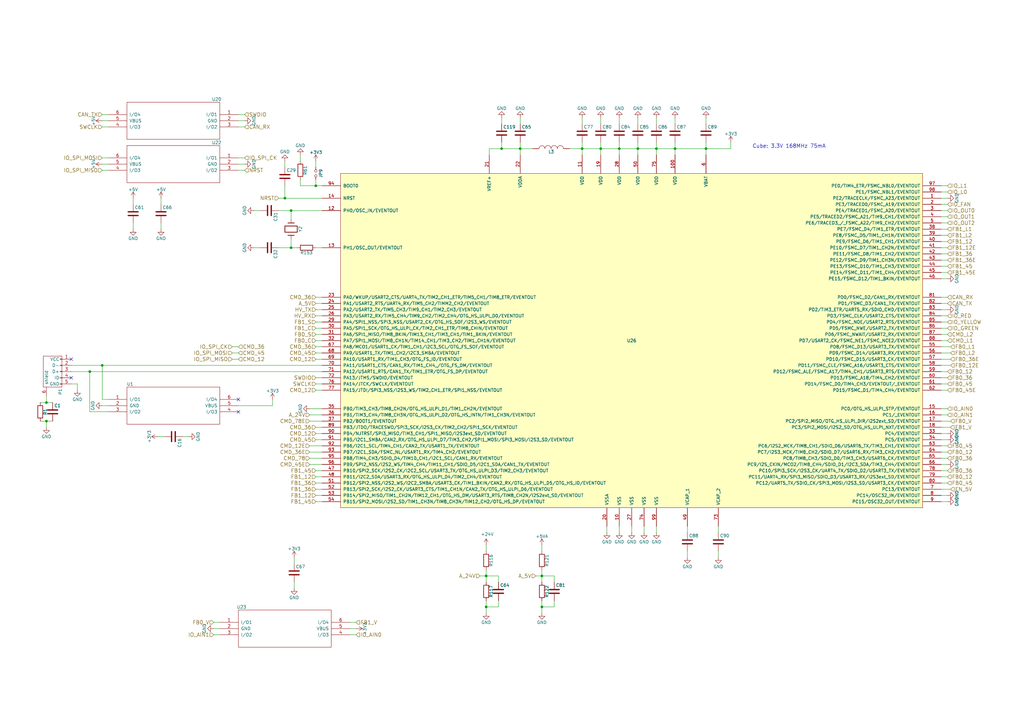
<source format=kicad_sch>
(kicad_sch (version 20211123) (generator eeschema)
  (paper "A3")
  (lib_symbols
    (symbol "stmbl_4.0-rescue:+24V-stmbl" (power) (pin_names (offset 0))
      (property "Value" "+24V-stmbl" (at 0 3.556 0))
      (symbol "+24V-stmbl_1_1"
        (pin power_in line (at 0 0 90) (length 0) hide (name "+24V") (number "1"))
      )
    )
    (symbol "stmbl_4.0-rescue:+3.3V-stmbl" (power) (pin_names (offset 0))
      (property "Value" "+3.3V-stmbl" (at 0 3.556 0))
      (symbol "+3.3V-stmbl_1_1"
        (pin power_in line (at 0 0 90) (length 0) hide (name "+3V3") (number "1"))
      )
    )
    (symbol "stmbl_4.0-rescue:+5V-stmbl" (power) (pin_names (offset 0))
      (property "Value" "+5V-stmbl" (at 0 3.556 0))
      (symbol "+5V-stmbl_1_1"
        (pin power_in line (at 0 0 90) (length 0) hide (name "+5V") (number "1"))
      )
    )
    (symbol "stmbl_4.0-rescue:+5VA-stmbl" (power) (pin_names (offset 0))
      (property "Value" "+5VA-stmbl" (at 0 3.556 0))
      (symbol "+5VA-stmbl_1_1"
        (pin power_in line (at 0 0 90) (length 0) hide (name "+5VA") (number "1"))
      )
    )
    (symbol "stmbl_4.0-rescue:C-stmbl" (pin_numbers hide) (pin_names (offset 0.254))
      (property "Reference" "C" (at 0.635 2.54 0))
      (property "Value" "C-stmbl" (at 0.635 -2.54 0))
      (symbol "C-stmbl_1_1"
        (pin passive line (at 0 3.81 270) (length 2.794) (name "~") (number "1"))
        (pin passive line (at 0 -3.81 90) (length 2.794) (name "~") (number "2"))
      )
    )
    (symbol "stmbl_4.0-rescue:Crystal-stmbl" (pin_numbers hide) (pin_names (offset 1.016) hide)
      (property "Reference" "Y" (at 0 3.81 0))
      (property "Value" "Crystal-stmbl" (at 0 -3.81 0))
      (symbol "Crystal-stmbl_1_1"
        (pin passive line (at -3.81 0 0) (length 1.27) (name "1") (number "1"))
        (pin passive line (at 3.81 0 180) (length 1.27) (name "2") (number "2"))
      )
    )
    (symbol "stmbl_4.0-rescue:GND-stmbl" (power) (pin_names (offset 0))
      (property "Value" "GND-stmbl" (at 0 -3.81 0))
      (symbol "GND-stmbl_1_1"
        (pin power_in line (at 0 0 270) (length 0) hide (name "GND") (number "1"))
      )
    )
    (symbol "stmbl_4.0-rescue:INDUCTOR-stmbl" (pin_numbers hide) (pin_names (offset 1.016) hide)
      (property "Reference" "L" (at -1.27 0 90))
      (property "Value" "INDUCTOR-stmbl" (at 2.54 0 90))
      (symbol "INDUCTOR-stmbl_1_1"
        (pin passive line (at 0 7.62 270) (length 2.54) (name "1") (number "1"))
        (pin passive line (at 0 -7.62 90) (length 2.54) (name "2") (number "2"))
      )
    )
    (symbol "stmbl_4.0-rescue:Jumper_NO_Small-stmbl" (pin_numbers hide) (pin_names (offset 0.762) hide)
      (property "Reference" "JP" (at 0 2.032 0))
      (symbol "Jumper_NO_Small-stmbl_0_1"
        (pin passive line (at -2.54 0 0) (length 1.016) (name "1") (number "1"))
        (pin passive line (at 2.54 0 180) (length 1.016) (name "2") (number "2"))
      )
    )
    (symbol "stmbl_4.0-rescue:R-stmbl" (pin_numbers hide) (pin_names (offset 0))
      (property "Reference" "R" (at 2.032 0 90))
      (property "Value" "R-stmbl" (at 0 0 90))
      (symbol "R-stmbl_1_1"
        (pin passive line (at 0 3.81 270) (length 1.27) (name "~") (number "1"))
        (pin passive line (at 0 -3.81 90) (length 1.27) (name "~") (number "2"))
      )
    )
    (symbol "stmbl_4.0-rescue:STM32F405VG-stmbl" (pin_names (offset 1.016))
      (property "Reference" "U" (at 0 0 0))
      (property "Value" "STM32F405VG-stmbl" (at 0 2.54 0))
      (property "Footprint" "TQFP100" (at 0 -2.54 0))
      (symbol "STM32F405VG-stmbl_1_1"
        (pin input line (at 127 58.42 180) (length 7.62) (name "PE2/TRACECLK/FSMC_A23/EVENTOUT") (number "1"))
        (pin input line (at -5.08 -76.2 90) (length 7.62) (name "VSS") (number "10"))
        (pin input line (at 17.78 76.2 270) (length 7.62) (name "VDD") (number "100"))
        (pin input line (at -20.32 76.2 270) (length 7.62) (name "VDD") (number "11"))
        (pin input line (at -127 53.34 0) (length 7.62) (name "PH0/OSC_IN/EVENTOUT") (number "12"))
        (pin input line (at -127 38.1 0) (length 7.62) (name "PH1/OSC_OUT/EVENTOUT") (number "13"))
        (pin input line (at -127 58.42 0) (length 7.62) (name "NRST") (number "14"))
        (pin input line (at 127 -27.94 180) (length 7.62) (name "PC0/OTG_HS_ULPI_STP/EVENTOUT") (number "15"))
        (pin input line (at 127 -30.48 180) (length 7.62) (name "PC1/_EVENTOUT") (number "16"))
        (pin input line (at 127 -33.02 180) (length 7.62) (name "PC2/SPI2_MISO/OTG_HS_ULPI_DIR/I2S2ext_SD/EVENTOUT") (number "17"))
        (pin input line (at 127 -35.56 180) (length 7.62) (name "PC3/SPI2_MOSI/I2S2_SD/OTG_HS_ULPI_NXT/EVENTOUT") (number "18"))
        (pin input line (at -12.7 76.2 270) (length 7.62) (name "VDD") (number "19"))
        (pin input line (at 127 55.88 180) (length 7.62) (name "PE3/TRACED0/FSMC_A19/EVENTOUT") (number "2"))
        (pin input line (at -10.16 -76.2 90) (length 7.62) (name "VSSA") (number "20"))
        (pin input line (at -58.42 76.2 270) (length 7.62) (name "VREF+") (number "21"))
        (pin input line (at -45.72 76.2 270) (length 7.62) (name "VDDA") (number "22"))
        (pin input line (at -127 17.78 0) (length 7.62) (name "PA0/WKUP/USART2_CTS/UART4_TX/TIM2_CH1_ETR/TIM5_CH1/TIM8_ETR/EVENTOUT") (number "23"))
        (pin input line (at -127 15.24 0) (length 7.62) (name "PA1/USART2_RTS/UART4_RX/TIM5_CH2/TIMM2_CH2/EVENTOUT") (number "24"))
        (pin input line (at -127 12.7 0) (length 7.62) (name "PA2/USART2_TX/TIM5_CH3/TIM9_CH1/TIM2_CH3/EVENTOUT") (number "25"))
        (pin input line (at -127 10.16 0) (length 7.62) (name "PA3/USART2_RX/TIM5_CH4/TIM9_CH2/TIM2_CH4/OTG_HS_ULPI_D0/EVENTOUT") (number "26"))
        (pin input line (at 0 -76.2 90) (length 7.62) (name "VSS") (number "27"))
        (pin input line (at -5.08 76.2 270) (length 7.62) (name "VDD") (number "28"))
        (pin input line (at -127 7.62 0) (length 7.62) (name "PA4/SPI1_NSS/SPI3_NSS/USART2_CK/OTG_HS_SOF/I2S3_WS/EVENTOUT") (number "29"))
        (pin input line (at 127 53.34 180) (length 7.62) (name "PE4/TRACED1/FSMC_A20/EVENTOUT") (number "3"))
        (pin input line (at -127 5.08 0) (length 7.62) (name "PA5/SPI1_SCK/OTG_HS_ULPI_CK/TIM2_CH1_ETR/TIM8_CHIN/EVENTOUT") (number "30"))
        (pin input line (at -127 2.54 0) (length 7.62) (name "PA6/SPI1_MISO/TIM8_BKIN/TIM13_CH1/TIM3_CH1/TIM1_BKIN/EVENTOUT") (number "31"))
        (pin input line (at -127 0 0) (length 7.62) (name "PA7/SPI1_MOSI/TIM8_CH1N/TIM14_CH1/TIM3_CH2/TIM1_CH1N/EVENTOUT") (number "32"))
        (pin input line (at 127 -38.1 180) (length 7.62) (name "PC4/EVENTOUT") (number "33"))
        (pin input line (at 127 -40.64 180) (length 7.62) (name "PC5/EVENTOUT") (number "34"))
        (pin input line (at -127 -27.94 0) (length 7.62) (name "PB0/TIM3_CH3/TIM8_CH2N/OTG_HS_ULPI_D1/TIM1_CH2N/EVENTOUT") (number "35"))
        (pin input line (at -127 -30.48 0) (length 7.62) (name "PB1/TIM3_CH4/TIM8_CH3N/OTG_HS_ULPI_D2/OTG_HS_INTN/TIM1_CH3N/EVENTOUT") (number "36"))
        (pin input line (at -127 -33.02 0) (length 7.62) (name "PB2/BOOT1/EVENTOUT") (number "37"))
        (pin input line (at 127 45.72 180) (length 7.62) (name "PE7/FSMC_D4/TIM1_ETR/EVENTOUT") (number "38"))
        (pin input line (at 127 43.18 180) (length 7.62) (name "PE8/FSMC_D5/TIM1_CH1N/EVENTOUT") (number "39"))
        (pin input line (at 127 50.8 180) (length 7.62) (name "PE5/TRACED2/FSMC_A21/TIM9_CH1/EVENTOUT") (number "4"))
        (pin input line (at 127 40.64 180) (length 7.62) (name "PE9/FSMC_D6/TIM1_CH1/EVENTOUT") (number "40"))
        (pin input line (at 127 38.1 180) (length 7.62) (name "PE10/FSMC_D7/TIM1_CH2N/EVENTOUT") (number "41"))
        (pin input line (at 127 35.56 180) (length 7.62) (name "PE11/FSMC_D8/TIM1_CH2/EVENTOUT") (number "42"))
        (pin input line (at 127 33.02 180) (length 7.62) (name "PE12/FSMC_D9/TIM1_CH3N/EVENTOUT") (number "43"))
        (pin input line (at 127 30.48 180) (length 7.62) (name "PE13/FSMC_D10/TIM1_CH3/EVENTOUT") (number "44"))
        (pin input line (at 127 27.94 180) (length 7.62) (name "PE14/FSMC_D11/TIM1_CH4/EVENTOUT") (number "45"))
        (pin input line (at 127 25.4 180) (length 7.62) (name "PE15/FSMC_D12/TIM1_BKIN/EVENTOUT") (number "46"))
        (pin input line (at -127 -53.34 0) (length 7.62) (name "PB10/SPI2_SCK/I2S2_CK/I2C2_SCL/USART3_TX/OTG_HS_ULPI_D3/TIM2_CH3/EVENTOUT") (number "47"))
        (pin input line (at -127 -55.88 0) (length 7.62) (name "PB11/I2C2_SDA/USART3_RX/OTG_HS_ULPI_D4/TIM2_CH4/EVENTOUT") (number "48"))
        (pin input line (at 22.86 -76.2 90) (length 7.62) (name "VCAP_1") (number "49"))
        (pin input line (at 127 48.26 180) (length 7.62) (name "PE6/TRACED3_/_FSMC_A22/TIM9_CH2/EVENTOUT") (number "5"))
        (pin input line (at 2.54 76.2 270) (length 7.62) (name "VDD") (number "50"))
        (pin input line (at -127 -58.42 0) (length 7.62) (name "PB12/SPI2_NSS/I2S2_WS/I2C2_SMBA/USART3_CK/TIM1_BKIN/CAN2_RX/OTG_HS_ULPI_D5/OTG_HS_ID/EVENTOUT") (number "51"))
        (pin input line (at -127 -60.96 0) (length 7.62) (name "PB13/SPI2_SCK/I2S2_CK/USART3_CTS/TIM1_CH1N/CAN2_TX/OTG_HS_ULPI_D6/EVENTOUT") (number "52"))
        (pin input line (at -127 -63.5 0) (length 7.62) (name "PB14/SPI2_MISO/TIM1_CH2N/TIM12_CH1/OTG_HS_DM/USART3_RTS/TIM8_CH2N/I2S2ext_SD/EVENTOUT") (number "53"))
        (pin input line (at -127 -66.04 0) (length 7.62) (name "PB15/SPI2_MOSI/I2S2_SD/TIM1_CH3N/TIM8_CH3N/TIM12_CH2/OTG_HS_DP/EVENTOUT") (number "54"))
        (pin input line (at 127 -2.54 180) (length 7.62) (name "PD8/FSMC_D13/USART3_TX/EVENTOUT") (number "55"))
        (pin input line (at 127 -5.08 180) (length 7.62) (name "PD9/FSMC_D14/USART3_RX/EVENTOUT") (number "56"))
        (pin input line (at 127 -7.62 180) (length 7.62) (name "PD10/FSMC_D15/USART3_CK/EVENTOUT") (number "57"))
        (pin input line (at 127 -10.16 180) (length 7.62) (name "PD11/FSMC_CLE/FSMC_A16/USART3_CTS/EVENTOUT") (number "58"))
        (pin input line (at 127 -12.7 180) (length 7.62) (name "PD12/FSMC_ALE/FSMC_A17/TIM4_CH1/USART3_RTS/EVENTOUT") (number "59"))
        (pin input line (at 30.48 76.2 270) (length 7.62) (name "VBAT") (number "6"))
        (pin input line (at 127 -15.24 180) (length 7.62) (name "PD13/FSMC_A18/TIM4_CH2/EVENTOUT") (number "60"))
        (pin input line (at 127 -17.78 180) (length 7.62) (name "PD14/FSMC_D0/TIM4_CH3/EVENTOUT/_EVENTOUT") (number "61"))
        (pin input line (at 127 -20.32 180) (length 7.62) (name "PD15/FSMC_D1/TIM4_CH4/EVENTOUT") (number "62"))
        (pin input line (at 127 -43.18 180) (length 7.62) (name "PC6/I2S2_MCK/TIM8_CH1/SDIO_D6/USART6_TX/TIM3_CH1/EVENTOUT") (number "63"))
        (pin input line (at 127 -45.72 180) (length 7.62) (name "PC7/I2S3_MCK/TIM8_CH2/SDIO_D7/USART6_RX/TIM3_CH2/EVENTOUT") (number "64"))
        (pin input line (at 127 -48.26 180) (length 7.62) (name "PC8/TIM8_CH3/SDIO_D0/TIM3_CH3/USART6_CK/EVENTOUT") (number "65"))
        (pin input line (at 127 -50.8 180) (length 7.62) (name "PC9/I2S_CKIN/MCO2/TIM8_CH4/SDIO_D1/I2C3_SDA/TIM3_CH4/EVENTOUT") (number "66"))
        (pin input line (at -127 -2.54 0) (length 7.62) (name "PA8/MCO1/USART1_CK/TIM1_CH1/I2C3_SCL/OTG_FS_SOF/EVENTOUT") (number "67"))
        (pin input line (at -127 -5.08 0) (length 7.62) (name "PA9/USART1_TX/TIM1_CH2/I2C3_SMBA/EVENTOUT") (number "68"))
        (pin input line (at -127 -7.62 0) (length 7.62) (name "PA10/USART1_RX/TIM1_CH3/OTG_FS_ID/EVENTOUT") (number "69"))
        (pin input line (at 127 -60.96 180) (length 7.62) (name "PC13/EVENTOUT") (number "7"))
        (pin input line (at -127 -10.16 0) (length 7.62) (name "PA11/USART1_CTS/CAN1_RX/TIM1_CH4_/OTG_FS_DM/EVENTOUT") (number "70"))
        (pin input line (at -127 -12.7 0) (length 7.62) (name "PA12/USART1_RTS/CAN1_TX/TIM1_ETR/OTG_FS_DP/EVENTOUT") (number "71"))
        (pin input line (at -127 -15.24 0) (length 7.62) (name "PA13/JTMS/SWDIO/EVENTOUT") (number "72"))
        (pin input line (at 35.56 -76.2 90) (length 7.62) (name "VCAP_2") (number "73"))
        (pin input line (at 5.08 -76.2 90) (length 7.62) (name "VSS") (number "74"))
        (pin input line (at 10.16 76.2 270) (length 7.62) (name "VDD") (number "75"))
        (pin input line (at -127 -17.78 0) (length 7.62) (name "PA14/JTCK/SWCLK/EVENTOUT") (number "76"))
        (pin input line (at -127 -20.32 0) (length 7.62) (name "PA15/JTDI/SPI3_NSS/I2S3_WS/TIM2_CH1_ETR/SPI1_NSS/EVENTOUT") (number "77"))
        (pin input line (at 127 -53.34 180) (length 7.62) (name "PC10/SPI3_SCK/I2S3_CK/UART4_TX/SDIO_D2/USART3_TX/EVENTOUT") (number "78"))
        (pin input line (at 127 -55.88 180) (length 7.62) (name "PC11/UART4_RX/SPI3_MISO/SDIO_D3/USART3_RX/I2S3ext_SD/EVENTOUT") (number "79"))
        (pin input line (at 127 -63.5 180) (length 7.62) (name "PC14/OSC32_IN/EVENTOUT") (number "8"))
        (pin input line (at 127 -58.42 180) (length 7.62) (name "PC12/UART5_TX/SDIO_CK/SPI3_MOSI/I2S3_SD/USART3_CK/EVENTOUT") (number "80"))
        (pin input line (at 127 17.78 180) (length 7.62) (name "PD0/FSMC_D2/CAN1_RX/EVENTOUT") (number "81"))
        (pin input line (at 127 15.24 180) (length 7.62) (name "PD1/FSMC_D3/CAN1_TX/EVENTOUT") (number "82"))
        (pin input line (at 127 12.7 180) (length 7.62) (name "PD2/TIM3_ETR/UART5_RX/SDIO_CMD/EVENTOUT") (number "83"))
        (pin input line (at 127 10.16 180) (length 7.62) (name "PD3/FSMC_CLK/USART2_CTS/EVENTOUT") (number "84"))
        (pin input line (at 127 7.62 180) (length 7.62) (name "PD4/FSMC_NOE/USART2_RTS/EVENTOUT") (number "85"))
        (pin input line (at 127 5.08 180) (length 7.62) (name "PD5/FSMC_NWE/USART2_TX/EVENTOUT") (number "86"))
        (pin input line (at 127 2.54 180) (length 7.62) (name "PD6/FSMC_NWAIT/USART2_RX/EVENTOUT") (number "87"))
        (pin input line (at 127 0 180) (length 7.62) (name "PD7/USART2_CK/FSMC_NE1/FSMC_NCE2/EVENTOUT") (number "88"))
        (pin input line (at -127 -35.56 0) (length 7.62) (name "PB3/JTDO/TRACESWO/SPI3_SCK/I2S3_CK/TIM2_CH2/SPI1_SCK/EVENTOUT") (number "89"))
        (pin input line (at 127 -66.04 180) (length 7.62) (name "PC15/OSC32_OUT/EVENTOUT") (number "9"))
        (pin input line (at -127 -38.1 0) (length 7.62) (name "PB4/NJTRST/SPI3_MISO/TIM3_CH1/SPI1_MISO/I2S3ext_SD/EVENTOUT") (number "90"))
        (pin input line (at -127 -40.64 0) (length 7.62) (name "PB5/I2C1_SMBA/CAN2_RX/OTG_HS_ULPI_D7/TIM3_CH2/SPI1_MOSI/SPI3_MOSI/I2S3_SD/EVENTOUT") (number "91"))
        (pin input line (at -127 -43.18 0) (length 7.62) (name "PB6/I2C1_SCL/TIM4_CH1/CAN2_TX/USART1_TX/EVENTOUT") (number "92"))
        (pin input line (at -127 -45.72 0) (length 7.62) (name "PB7/I2C1_SDA/FSMC_NL/USART1_RX/TIM4_CH2/EVENTOUT") (number "93"))
        (pin input line (at -127 63.5 0) (length 7.62) (name "BOOT0") (number "94"))
        (pin input line (at -127 -48.26 0) (length 7.62) (name "PB8/TIM4_CH3/SDIO_D4/TIM10_CH1/I2C1_SCL/CAN1_RX/EVENTOUT") (number "95"))
        (pin input line (at -127 -50.8 0) (length 7.62) (name "PB9/SPI2_NSS/I2S2_WS/TIM4_CH4/TIM11_CH1/SDIO_D5/I2C1_SDA/CAN1_TX/EVENTOUT") (number "96"))
        (pin input line (at 127 63.5 180) (length 7.62) (name "PE0/TIM4_ETR/FSMC_NBL0/EVENTOUT") (number "97"))
        (pin input line (at 127 60.96 180) (length 7.62) (name "PE1/FSMC_NBL1/EVENTOUT") (number "98"))
        (pin input line (at 10.16 -76.2 90) (length 7.62) (name "VSS") (number "99"))
      )
    )
    (symbol "stmbl_4.0-rescue:USBLC6-4SC6-stmbl" (pin_names (offset 1.016))
      (property "Reference" "U" (at -17.7546 8.8392 0))
      (property "Value" "USBLC6-4SC6-stmbl" (at 0 6.35 0))
      (property "Description" "TRANSIENT VOLTAGE SUPPRESSOR" (at 0 -6.35 0))
      (symbol "USBLC6-4SC6-stmbl_1_1"
        (pin unspecified line (at -26.67 2.54 0) (length 7.5946) (name "I/O1") (number "1"))
        (pin unspecified line (at -26.67 0 0) (length 7.5946) (name "GND") (number "2"))
        (pin unspecified line (at -26.67 -2.54 0) (length 7.5946) (name "I/O2") (number "3"))
        (pin unspecified line (at 26.67 -2.54 180) (length 7.5692) (name "I/O3") (number "4"))
        (pin unspecified line (at 26.67 0 180) (length 7.5692) (name "VBUS") (number "5"))
        (pin unspecified line (at 26.67 2.54 180) (length 7.5692) (name "I/O4") (number "6"))
      )
    )
    (symbol "stmbl_4.0-rescue:USB_OTG-stmbl" (pin_names (offset 1.016))
      (property "Reference" "P" (at 8.255 -3.175 0))
      (property "Value" "USB_OTG-stmbl" (at 0 5.08 0))
      (symbol "USB_OTG-stmbl_1_1"
        (pin power_out line (at -5.08 -7.62 90) (length 3.81) (name "VCC") (number "1"))
        (pin passive line (at -2.54 -7.62 90) (length 3.81) (name "D-") (number "2"))
        (pin passive line (at 0 -7.62 90) (length 3.81) (name "D+") (number "3"))
        (pin power_in line (at 2.54 -7.62 90) (length 3.81) (name "ID") (number "4"))
        (pin power_in line (at 5.08 -7.62 90) (length 3.81) (name "GND") (number "5"))
        (pin passive line (at 10.16 2.54 180) (length 3.81) (name "shield") (number "6"))
      )
    )
  )
  (junction (at 289.56 60.96))
  (junction (at 119.38 101.6))
  (junction (at 222.25 248.92))
  (junction (at 246.38 60.96))
  (junction (at 19.05 165.1))
  (junction (at 41.91 149.86))
  (junction (at 19.05 172.72))
  (junction (at 119.38 86.36))
  (junction (at 116.84 81.28))
  (junction (at 199.39 248.92))
  (junction (at 213.36 60.96))
  (junction (at 261.62 60.96))
  (junction (at 269.24 60.96))
  (junction (at 205.74 60.96))
  (junction (at 238.76 60.96))
  (junction (at 254 60.96))
  (junction (at 36.83 152.4))
  (junction (at 222.25 236.22))
  (junction (at 276.86 60.96))
  (junction (at 129.54 76.2))
  (junction (at 199.39 236.22))
  (no_connect (at 97.79 168.91))
  (no_connect (at 29.21 154.94))
  (no_connect (at 29.21 147.32))
  (no_connect (at 97.79 163.83))
  (wire (pts (xy 386.08 200.66) (xy 389.89 200.66)))
  (wire (pts (xy 116.84 81.28) (xy 116.84 76.2)))
  (wire (pts (xy 254 60.96) (xy 261.62 60.96)))
  (wire (pts (xy 77.47 179.07) (xy 74.93 179.07)))
  (wire (pts (xy 146.05 260.35) (xy 143.51 260.35)))
  (wire (pts (xy 114.3 81.28) (xy 116.84 81.28)))
  (wire (pts (xy 254 58.42) (xy 254 60.96)))
  (wire (pts (xy 222.25 236.22) (xy 222.25 238.76)))
  (wire (pts (xy 129.54 76.2) (xy 132.08 76.2)))
  (wire (pts (xy 127 182.88) (xy 132.08 182.88)))
  (wire (pts (xy 19.05 162.56) (xy 19.05 165.1)))
  (wire (pts (xy 386.08 104.14) (xy 388.62 104.14)))
  (wire (pts (xy 41.91 49.53) (xy 44.45 49.53)))
  (wire (pts (xy 123.19 76.2) (xy 129.54 76.2)))
  (wire (pts (xy 129.54 147.32) (xy 132.08 147.32)))
  (wire (pts (xy 97.79 147.32) (xy 95.25 147.32)))
  (wire (pts (xy 127 187.96) (xy 132.08 187.96)))
  (wire (pts (xy 238.76 58.42) (xy 238.76 60.96)))
  (wire (pts (xy 388.62 167.64) (xy 386.08 167.64)))
  (wire (pts (xy 238.76 60.96) (xy 246.38 60.96)))
  (wire (pts (xy 129.54 160.02) (xy 132.08 160.02)))
  (wire (pts (xy 388.62 170.18) (xy 386.08 170.18)))
  (wire (pts (xy 386.08 185.42) (xy 388.62 185.42)))
  (wire (pts (xy 200.66 63.5) (xy 200.66 60.96)))
  (wire (pts (xy 41.91 67.31) (xy 44.45 67.31)))
  (wire (pts (xy 114.3 86.36) (xy 119.38 86.36)))
  (wire (pts (xy 386.08 124.46) (xy 388.62 124.46)))
  (wire (pts (xy 90.17 260.35) (xy 87.63 260.35)))
  (wire (pts (xy 19.05 175.26) (xy 19.05 172.72)))
  (wire (pts (xy 386.08 132.08) (xy 388.62 132.08)))
  (wire (pts (xy 388.62 81.28) (xy 386.08 81.28)))
  (wire (pts (xy 129.54 73.66) (xy 129.54 76.2)))
  (wire (pts (xy 143.51 257.81) (xy 146.05 257.81)))
  (wire (pts (xy 129.54 205.74) (xy 132.08 205.74)))
  (wire (pts (xy 123.19 63.5) (xy 123.19 66.04)))
  (wire (pts (xy 29.21 152.4) (xy 36.83 152.4)))
  (wire (pts (xy 386.08 198.12) (xy 388.62 198.12)))
  (wire (pts (xy 199.39 248.92) (xy 204.47 248.92)))
  (wire (pts (xy 129.54 139.7) (xy 132.08 139.7)))
  (wire (pts (xy 54.61 81.28) (xy 54.61 83.82)))
  (wire (pts (xy 238.76 50.8) (xy 238.76 48.26)))
  (wire (pts (xy 388.62 190.5) (xy 386.08 190.5)))
  (wire (pts (xy 289.56 60.96) (xy 289.56 63.5)))
  (wire (pts (xy 95.25 144.78) (xy 97.79 144.78)))
  (wire (pts (xy 196.85 236.22) (xy 199.39 236.22)))
  (wire (pts (xy 97.79 142.24) (xy 95.25 142.24)))
  (wire (pts (xy 261.62 60.96) (xy 261.62 63.5)))
  (wire (pts (xy 204.47 236.22) (xy 204.47 238.76)))
  (wire (pts (xy 129.54 142.24) (xy 132.08 142.24)))
  (wire (pts (xy 127 190.5) (xy 132.08 190.5)))
  (wire (pts (xy 97.79 52.07) (xy 100.33 52.07)))
  (wire (pts (xy 259.08 215.9) (xy 259.08 218.44)))
  (wire (pts (xy 289.56 60.96) (xy 299.72 60.96)))
  (wire (pts (xy 111.76 166.37) (xy 111.76 163.83)))
  (wire (pts (xy 227.33 246.38) (xy 227.33 248.92)))
  (wire (pts (xy 200.66 60.96) (xy 205.74 60.96)))
  (wire (pts (xy 123.19 73.66) (xy 123.19 76.2)))
  (wire (pts (xy 261.62 50.8) (xy 261.62 48.26)))
  (wire (pts (xy 90.17 255.27) (xy 87.63 255.27)))
  (wire (pts (xy 227.33 236.22) (xy 227.33 238.76)))
  (wire (pts (xy 100.33 64.77) (xy 97.79 64.77)))
  (wire (pts (xy 276.86 60.96) (xy 289.56 60.96)))
  (wire (pts (xy 388.62 76.2) (xy 386.08 76.2)))
  (wire (pts (xy 388.62 109.22) (xy 386.08 109.22)))
  (wire (pts (xy 269.24 60.96) (xy 276.86 60.96)))
  (wire (pts (xy 129.54 121.92) (xy 132.08 121.92)))
  (wire (pts (xy 386.08 195.58) (xy 388.62 195.58)))
  (wire (pts (xy 388.62 137.16) (xy 386.08 137.16)))
  (wire (pts (xy 294.64 215.9) (xy 294.64 218.44)))
  (wire (pts (xy 269.24 58.42) (xy 269.24 60.96)))
  (wire (pts (xy 386.08 149.86) (xy 389.89 149.86)))
  (wire (pts (xy 248.92 215.9) (xy 248.92 218.44)))
  (wire (pts (xy 276.86 58.42) (xy 276.86 60.96)))
  (wire (pts (xy 388.62 203.2) (xy 386.08 203.2)))
  (wire (pts (xy 388.62 160.02) (xy 386.08 160.02)))
  (wire (pts (xy 119.38 86.36) (xy 132.08 86.36)))
  (wire (pts (xy 388.62 83.82) (xy 386.08 83.82)))
  (wire (pts (xy 388.62 177.8) (xy 386.08 177.8)))
  (wire (pts (xy 127 172.72) (xy 132.08 172.72)))
  (wire (pts (xy 276.86 50.8) (xy 276.86 48.26)))
  (wire (pts (xy 269.24 50.8) (xy 269.24 48.26)))
  (wire (pts (xy 129.54 177.8) (xy 132.08 177.8)))
  (wire (pts (xy 386.08 193.04) (xy 388.62 193.04)))
  (wire (pts (xy 129.54 101.6) (xy 132.08 101.6)))
  (wire (pts (xy 213.36 60.96) (xy 213.36 63.5)))
  (wire (pts (xy 386.08 152.4) (xy 388.62 152.4)))
  (wire (pts (xy 120.65 228.6) (xy 120.65 231.14)))
  (wire (pts (xy 31.75 157.48) (xy 31.75 160.02)))
  (wire (pts (xy 388.62 157.48) (xy 386.08 157.48)))
  (wire (pts (xy 213.36 58.42) (xy 213.36 60.96)))
  (wire (pts (xy 129.54 66.04) (xy 129.54 68.58)))
  (wire (pts (xy 41.91 149.86) (xy 132.08 149.86)))
  (wire (pts (xy 119.38 101.6) (xy 119.38 97.79)))
  (wire (pts (xy 19.05 165.1) (xy 21.59 165.1)))
  (wire (pts (xy 222.25 236.22) (xy 227.33 236.22)))
  (wire (pts (xy 281.94 226.06) (xy 281.94 228.6)))
  (wire (pts (xy 127 170.18) (xy 132.08 170.18)))
  (wire (pts (xy 129.54 203.2) (xy 132.08 203.2)))
  (wire (pts (xy 44.45 168.91) (xy 36.83 168.91)))
  (wire (pts (xy 254 50.8) (xy 254 48.26)))
  (wire (pts (xy 386.08 187.96) (xy 388.62 187.96)))
  (wire (pts (xy 44.45 64.77) (xy 41.91 64.77)))
  (wire (pts (xy 205.74 60.96) (xy 213.36 60.96)))
  (wire (pts (xy 289.56 58.42) (xy 289.56 60.96)))
  (wire (pts (xy 199.39 236.22) (xy 204.47 236.22)))
  (wire (pts (xy 66.04 81.28) (xy 66.04 83.82)))
  (wire (pts (xy 97.79 49.53) (xy 100.33 49.53)))
  (wire (pts (xy 119.38 90.17) (xy 119.38 86.36)))
  (wire (pts (xy 129.54 175.26) (xy 132.08 175.26)))
  (wire (pts (xy 222.25 223.52) (xy 222.25 226.06)))
  (wire (pts (xy 97.79 166.37) (xy 111.76 166.37)))
  (wire (pts (xy 386.08 139.7) (xy 388.62 139.7)))
  (wire (pts (xy 129.54 134.62) (xy 132.08 134.62)))
  (wire (pts (xy 100.33 46.99) (xy 97.79 46.99)))
  (wire (pts (xy 222.25 246.38) (xy 222.25 248.92)))
  (wire (pts (xy 129.54 124.46) (xy 132.08 124.46)))
  (wire (pts (xy 205.74 58.42) (xy 205.74 60.96)))
  (wire (pts (xy 269.24 60.96) (xy 269.24 63.5)))
  (wire (pts (xy 386.08 147.32) (xy 389.89 147.32)))
  (wire (pts (xy 254 60.96) (xy 254 63.5)))
  (wire (pts (xy 16.51 172.72) (xy 19.05 172.72)))
  (wire (pts (xy 294.64 226.06) (xy 294.64 228.6)))
  (wire (pts (xy 386.08 182.88) (xy 388.62 182.88)))
  (wire (pts (xy 114.3 101.6) (xy 119.38 101.6)))
  (wire (pts (xy 213.36 50.8) (xy 213.36 48.26)))
  (wire (pts (xy 386.08 134.62) (xy 388.62 134.62)))
  (wire (pts (xy 205.74 48.26) (xy 205.74 50.8)))
  (wire (pts (xy 388.62 129.54) (xy 386.08 129.54)))
  (wire (pts (xy 199.39 246.38) (xy 199.39 248.92)))
  (wire (pts (xy 116.84 81.28) (xy 132.08 81.28)))
  (wire (pts (xy 388.62 88.9) (xy 386.08 88.9)))
  (wire (pts (xy 41.91 166.37) (xy 44.45 166.37)))
  (wire (pts (xy 97.79 67.31) (xy 100.33 67.31)))
  (wire (pts (xy 41.91 149.86) (xy 41.91 163.83)))
  (wire (pts (xy 389.89 172.72) (xy 386.08 172.72)))
  (wire (pts (xy 146.05 255.27) (xy 143.51 255.27)))
  (wire (pts (xy 129.54 144.78) (xy 132.08 144.78)))
  (wire (pts (xy 246.38 58.42) (xy 246.38 60.96)))
  (wire (pts (xy 129.54 195.58) (xy 132.08 195.58)))
  (wire (pts (xy 386.08 142.24) (xy 389.89 142.24)))
  (wire (pts (xy 116.84 68.58) (xy 116.84 66.04)))
  (wire (pts (xy 246.38 60.96) (xy 246.38 63.5)))
  (wire (pts (xy 388.62 114.3) (xy 386.08 114.3)))
  (wire (pts (xy 204.47 248.92) (xy 204.47 246.38)))
  (wire (pts (xy 29.21 157.48) (xy 31.75 157.48)))
  (wire (pts (xy 222.25 233.68) (xy 222.25 236.22)))
  (wire (pts (xy 19.05 172.72) (xy 21.59 172.72)))
  (wire (pts (xy 299.72 60.96) (xy 299.72 58.42)))
  (wire (pts (xy 254 215.9) (xy 254 218.44)))
  (wire (pts (xy 127 185.42) (xy 132.08 185.42)))
  (wire (pts (xy 388.62 127) (xy 386.08 127)))
  (wire (pts (xy 132.08 193.04) (xy 129.54 193.04)))
  (wire (pts (xy 388.62 93.98) (xy 386.08 93.98)))
  (wire (pts (xy 41.91 163.83) (xy 44.45 163.83)))
  (wire (pts (xy 199.39 223.52) (xy 199.39 226.06)))
  (wire (pts (xy 199.39 236.22) (xy 199.39 238.76)))
  (wire (pts (xy 129.54 200.66) (xy 132.08 200.66)))
  (wire (pts (xy 16.51 165.1) (xy 19.05 165.1)))
  (wire (pts (xy 129.54 198.12) (xy 132.08 198.12)))
  (wire (pts (xy 87.63 257.81) (xy 90.17 257.81)))
  (wire (pts (xy 129.54 154.94) (xy 132.08 154.94)))
  (wire (pts (xy 129.54 137.16) (xy 132.08 137.16)))
  (wire (pts (xy 264.16 215.9) (xy 264.16 218.44)))
  (wire (pts (xy 261.62 60.96) (xy 269.24 60.96)))
  (wire (pts (xy 388.62 121.92) (xy 386.08 121.92)))
  (wire (pts (xy 388.62 86.36) (xy 386.08 86.36)))
  (wire (pts (xy 388.62 111.76) (xy 386.08 111.76)))
  (wire (pts (xy 389.89 175.26) (xy 386.08 175.26)))
  (wire (pts (xy 388.62 205.74) (xy 386.08 205.74)))
  (wire (pts (xy 119.38 101.6) (xy 121.92 101.6)))
  (wire (pts (xy 67.31 179.07) (xy 64.77 179.07)))
  (wire (pts (xy 386.08 106.68) (xy 388.62 106.68)))
  (wire (pts (xy 289.56 50.8) (xy 289.56 48.26)))
  (wire (pts (xy 388.62 78.74) (xy 386.08 78.74)))
  (wire (pts (xy 129.54 129.54) (xy 132.08 129.54)))
  (wire (pts (xy 100.33 69.85) (xy 97.79 69.85)))
  (wire (pts (xy 276.86 60.96) (xy 276.86 63.5)))
  (wire (pts (xy 199.39 233.68) (xy 199.39 236.22)))
  (wire (pts (xy 129.54 180.34) (xy 132.08 180.34)))
  (wire (pts (xy 386.08 99.06) (xy 388.62 99.06)))
  (wire (pts (xy 36.83 168.91) (xy 36.83 152.4)))
  (wire (pts (xy 386.08 180.34) (xy 388.62 180.34)))
  (wire (pts (xy 66.04 91.44) (xy 66.04 93.98)))
  (wire (pts (xy 54.61 91.44) (xy 54.61 93.98)))
  (wire (pts (xy 386.08 154.94) (xy 388.62 154.94)))
  (wire (pts (xy 238.76 60.96) (xy 238.76 63.5)))
  (wire (pts (xy 44.45 52.07) (xy 41.91 52.07)))
  (wire (pts (xy 129.54 127) (xy 132.08 127)))
  (wire (pts (xy 41.91 46.99) (xy 44.45 46.99)))
  (wire (pts (xy 41.91 69.85) (xy 44.45 69.85)))
  (wire (pts (xy 36.83 152.4) (xy 132.08 152.4)))
  (wire (pts (xy 127 167.64) (xy 132.08 167.64)))
  (wire (pts (xy 199.39 248.92) (xy 199.39 251.46)))
  (wire (pts (xy 129.54 132.08) (xy 132.08 132.08)))
  (wire (pts (xy 106.68 86.36) (xy 104.14 86.36)))
  (wire (pts (xy 120.65 238.76) (xy 120.65 241.3)))
  (wire (pts (xy 261.62 58.42) (xy 261.62 60.96)))
  (wire (pts (xy 29.21 149.86) (xy 41.91 149.86)))
  (wire (pts (xy 388.62 91.44) (xy 386.08 91.44)))
  (wire (pts (xy 213.36 60.96) (xy 218.44 60.96)))
  (wire (pts (xy 222.25 248.92) (xy 222.25 251.46)))
  (wire (pts (xy 386.08 101.6) (xy 388.62 101.6)))
  (wire (pts (xy 227.33 248.92) (xy 222.25 248.92)))
  (wire (pts (xy 281.94 215.9) (xy 281.94 218.44)))
  (wire (pts (xy 129.54 157.48) (xy 132.08 157.48)))
  (wire (pts (xy 246.38 60.96) (xy 254 60.96)))
  (wire (pts (xy 219.71 236.22) (xy 222.25 236.22)))
  (wire (pts (xy 246.38 50.8) (xy 246.38 48.26)))
  (wire (pts (xy 106.68 101.6) (xy 104.14 101.6)))
  (wire (pts (xy 233.68 60.96) (xy 238.76 60.96)))
  (wire (pts (xy 386.08 96.52) (xy 388.62 96.52)))
  (wire (pts (xy 269.24 215.9) (xy 269.24 218.44)))
  (wire (pts (xy 386.08 144.78) (xy 389.89 144.78)))
  (text "Cube: 3.3V 168MHz 75mA" (at 308.61 60.96 0) (effects (font (size 1.524 1.524)) (justify left bottom)))
  (hierarchical_label "CMD_45" (shape input) (at 97.79 144.78 0) (effects (font (size 1.524 1.524))))
  (hierarchical_label "A_24V" (shape input) (at 196.85 236.22 180) (effects (font (size 1.524 1.524))))
  (hierarchical_label "FB1_L2" (shape input) (at 388.62 96.52 0) (effects (font (size 1.524 1.524))))
  (hierarchical_label "FB1_45" (shape input) (at 129.54 193.04 180) (effects (font (size 1.524 1.524))))
  (hierarchical_label "CMD_36E" (shape input) (at 127 185.42 180) (effects (font (size 1.524 1.524))))
  (hierarchical_label "A_24V" (shape input) (at 127 170.18 180) (effects (font (size 1.524 1.524))))
  (hierarchical_label "FB1_V" (shape input) (at 389.89 175.26 0) (effects (font (size 1.524 1.524))))
  (hierarchical_label "FB0_45" (shape input) (at 388.62 157.48 0) (effects (font (size 1.524 1.524))))
  (hierarchical_label "FB1_36" (shape input) (at 388.62 104.14 0) (effects (font (size 1.524 1.524))))
  (hierarchical_label "FB1_45E" (shape input) (at 388.62 111.76 0) (effects (font (size 1.524 1.524))))
  (hierarchical_label "FB1_12" (shape input) (at 129.54 203.2 180) (effects (font (size 1.524 1.524))))
  (hierarchical_label "HV_RX" (shape input) (at 129.54 129.54 180) (effects (font (size 1.524 1.524))))
  (hierarchical_label "NRST" (shape input) (at 114.3 81.28 180) (effects (font (size 1.524 1.524))))
  (hierarchical_label "CMD_36" (shape input) (at 129.54 175.26 180) (effects (font (size 1.524 1.524))))
  (hierarchical_label "FB1_V" (shape input) (at 146.05 255.27 0) (effects (font (size 1.524 1.524))))
  (hierarchical_label "FB1_S" (shape input) (at 129.54 132.08 180) (effects (font (size 1.524 1.524))))
  (hierarchical_label "FB0_12" (shape input) (at 388.62 195.58 0) (effects (font (size 1.524 1.524))))
  (hierarchical_label "FB0_12" (shape input) (at 388.62 185.42 0) (effects (font (size 1.524 1.524))))
  (hierarchical_label "IO_L0" (shape input) (at 388.62 78.74 0) (effects (font (size 1.524 1.524))))
  (hierarchical_label "FB0_45" (shape input) (at 388.62 198.12 0) (effects (font (size 1.524 1.524))))
  (hierarchical_label "FB0_36" (shape input) (at 388.62 187.96 0) (effects (font (size 1.524 1.524))))
  (hierarchical_label "IO_RED" (shape input) (at 388.62 129.54 0) (effects (font (size 1.524 1.524))))
  (hierarchical_label "FB0_36" (shape input) (at 388.62 193.04 0) (effects (font (size 1.524 1.524))))
  (hierarchical_label "IO_YELLOW" (shape input) (at 388.62 132.08 0) (effects (font (size 1.524 1.524))))
  (hierarchical_label "FB1_45" (shape input) (at 129.54 205.74 180) (effects (font (size 1.524 1.524))))
  (hierarchical_label "FB1_12" (shape input) (at 129.54 195.58 180) (effects (font (size 1.524 1.524))))
  (hierarchical_label "IO_SPI_MISO" (shape input) (at 95.25 147.32 180) (effects (font (size 1.524 1.524))))
  (hierarchical_label "IO_SPI_CK" (shape input) (at 95.25 142.24 180) (effects (font (size 1.524 1.524))))
  (hierarchical_label "CMD_36" (shape input) (at 97.79 142.24 0) (effects (font (size 1.524 1.524))))
  (hierarchical_label "CAN_TX" (shape input) (at 41.91 46.99 180) (effects (font (size 1.524 1.524))))
  (hierarchical_label "CMD_12" (shape input) (at 129.54 160.02 180) (effects (font (size 1.524 1.524))))
  (hierarchical_label "FB0_36" (shape input) (at 388.62 154.94 0) (effects (font (size 1.524 1.524))))
  (hierarchical_label "A_5V" (shape input) (at 219.71 236.22 180) (effects (font (size 1.524 1.524))))
  (hierarchical_label "CMD_12E" (shape input) (at 127 182.88 180) (effects (font (size 1.524 1.524))))
  (hierarchical_label "SWCLK" (shape input) (at 41.91 52.07 180) (effects (font (size 1.524 1.524))))
  (hierarchical_label "CMD_12" (shape input) (at 129.54 177.8 180) (effects (font (size 1.524 1.524))))
  (hierarchical_label "NRST" (shape input) (at 100.33 69.85 0) (effects (font (size 1.524 1.524))))
  (hierarchical_label "SWDIO" (shape input) (at 129.54 154.94 180) (effects (font (size 1.524 1.524))))
  (hierarchical_label "CMD_45" (shape input) (at 129.54 144.78 180) (effects (font (size 1.524 1.524))))
  (hierarchical_label "CAN_TX" (shape input) (at 388.62 124.46 0) (effects (font (size 1.524 1.524))))
  (hierarchical_label "FB0_45" (shape input) (at 388.62 182.88 0) (effects (font (size 1.524 1.524))))
  (hierarchical_label "A_5V" (shape input) (at 129.54 124.46 180) (effects (font (size 1.524 1.524))))
  (hierarchical_label "FB0_S" (shape input) (at 129.54 137.16 180) (effects (font (size 1.524 1.524))))
  (hierarchical_label "IO_SPI_CK" (shape input) (at 100.33 64.77 0) (effects (font (size 1.524 1.524))))
  (hierarchical_label "FB1_36" (shape input) (at 129.54 200.66 180) (effects (font (size 1.524 1.524))))
  (hierarchical_label "IO_SPI_MOSI" (shape input) (at 41.91 64.77 180) (effects (font (size 1.524 1.524))))
  (hierarchical_label "CMD_45E" (shape input) (at 127 190.5 180) (effects (font (size 1.524 1.524))))
  (hierarchical_label "IO_GREEN" (shape input) (at 388.62 134.62 0) (effects (font (size 1.524 1.524))))
  (hierarchical_label "CMD_36" (shape input) (at 129.54 121.92 180) (effects (font (size 1.524 1.524))))
  (hierarchical_label "FB0_45E" (shape input) (at 388.62 160.02 0) (effects (font (size 1.524 1.524))))
  (hierarchical_label "FB1_12" (shape input) (at 388.62 99.06 0) (effects (font (size 1.524 1.524))))
  (hierarchical_label "IO_OUT1" (shape input) (at 388.62 88.9 0) (effects (font (size 1.524 1.524))))
  (hierarchical_label "SWDIO" (shape input) (at 100.33 46.99 0) (effects (font (size 1.524 1.524))))
  (hierarchical_label "IO_AIN1" (shape input) (at 388.62 170.18 0) (effects (font (size 1.524 1.524))))
  (hierarchical_label "IO_AIN1" (shape input) (at 87.63 260.35 180) (effects (font (size 1.524 1.524))))
  (hierarchical_label "CMD_36" (shape input) (at 129.54 142.24 180) (effects (font (size 1.524 1.524))))
  (hierarchical_label "FB1_12E" (shape input) (at 388.62 101.6 0) (effects (font (size 1.524 1.524))))
  (hierarchical_label "CMD_78" (shape input) (at 127 187.96 180) (effects (font (size 1.524 1.524))))
  (hierarchical_label "FB0_L1" (shape input) (at 389.89 142.24 0) (effects (font (size 1.524 1.524))))
  (hierarchical_label "CMD_78E" (shape input) (at 127 172.72 180) (effects (font (size 1.524 1.524))))
  (hierarchical_label "FB0_L2" (shape input) (at 389.89 144.78 0) (effects (font (size 1.524 1.524))))
  (hierarchical_label "CAN_RX" (shape input) (at 388.62 121.92 0) (effects (font (size 1.524 1.524))))
  (hierarchical_label "FB1_36" (shape input) (at 129.54 198.12 180) (effects (font (size 1.524 1.524))))
  (hierarchical_label "EN_5V" (shape input) (at 389.89 200.66 0) (effects (font (size 1.524 1.524))))
  (hierarchical_label "FB0_V" (shape input) (at 389.89 172.72 0) (effects (font (size 1.524 1.524))))
  (hierarchical_label "CMD_45" (shape input) (at 129.54 180.34 180) (effects (font (size 1.524 1.524))))
  (hierarchical_label "FB0_12" (shape input) (at 388.62 152.4 0) (effects (font (size 1.524 1.524))))
  (hierarchical_label "CMD_L1" (shape input) (at 388.62 139.7 0) (effects (font (size 1.524 1.524))))
  (hierarchical_label "IO_FAN" (shape input) (at 388.62 83.82 0) (effects (font (size 1.524 1.524))))
  (hierarchical_label "CMD_12" (shape input) (at 97.79 147.32 0) (effects (font (size 1.524 1.524))))
  (hierarchical_label "IO_OUT0" (shape input) (at 388.62 86.36 0) (effects (font (size 1.524 1.524))))
  (hierarchical_label "SWCLK" (shape input) (at 129.54 157.48 180) (effects (font (size 1.524 1.524))))
  (hierarchical_label "CMD_L2" (shape input) (at 388.62 137.16 0) (effects (font (size 1.524 1.524))))
  (hierarchical_label "IO_L1" (shape input) (at 388.62 76.2 0) (effects (font (size 1.524 1.524))))
  (hierarchical_label "FB0_C" (shape input) (at 129.54 139.7 180) (effects (font (size 1.524 1.524))))
  (hierarchical_label "FB0_12E" (shape input) (at 389.89 149.86 0) (effects (font (size 1.524 1.524))))
  (hierarchical_label "IO_OUT2" (shape input) (at 388.62 91.44 0) (effects (font (size 1.524 1.524))))
  (hierarchical_label "FB1_36E" (shape input) (at 388.62 106.68 0) (effects (font (size 1.524 1.524))))
  (hierarchical_label "FB1_L1" (shape input) (at 388.62 93.98 0) (effects (font (size 1.524 1.524))))
  (hierarchical_label "FB0_36E" (shape input) (at 389.89 147.32 0) (effects (font (size 1.524 1.524))))
  (hierarchical_label "IO_AIN0" (shape input) (at 388.62 167.64 0) (effects (font (size 1.524 1.524))))
  (hierarchical_label "IO_SPI_MISO" (shape input) (at 41.91 69.85 180) (effects (font (size 1.524 1.524))))
  (hierarchical_label "FB1_C" (shape input) (at 129.54 134.62 180) (effects (font (size 1.524 1.524))))
  (hierarchical_label "FB1_45" (shape input) (at 388.62 109.22 0) (effects (font (size 1.524 1.524))))
  (hierarchical_label "IO_AIN0" (shape input) (at 146.05 260.35 0) (effects (font (size 1.524 1.524))))
  (hierarchical_label "CMD_12" (shape input) (at 129.54 147.32 180) (effects (font (size 1.524 1.524))))
  (hierarchical_label "IO_SPI_MOSI" (shape input) (at 95.25 144.78 180) (effects (font (size 1.524 1.524))))
  (hierarchical_label "CAN_RX" (shape input) (at 100.33 52.07 0) (effects (font (size 1.524 1.524))))
  (hierarchical_label "FB0_V" (shape input) (at 87.63 255.27 180) (effects (font (size 1.524 1.524))))
  (hierarchical_label "HV_TX" (shape input) (at 129.54 127 180) (effects (font (size 1.524 1.524))))
  (symbol (lib_id "stmbl_4.0-rescue:STM32F405VG-stmbl") (at 259.08 139.7 0) (unit 1)
    (property "Reference" "U26" (at 259.08 139.7 0))
    (property "Manufacturer No" "STM32F405VGT" (effects hide))
    (property "Manufacturer" "STMicroelectronics" (effects hide))
  )
  (symbol (lib_id "stmbl_4.0-rescue:Crystal-stmbl") (at 119.38 93.98 270) (unit 1)
    (property "Reference" "Y2" (at 123.19 93.98 0))
    (property "Manufacturer No" "ABM3B-8.000MHZ-10-1UT" (effects hide))
    (property "Source" "https://de.aliexpress.com/item/1LOT-10PCS-Crystal-8MHZ-20PF-20PPM-4P-5032-SeriesYSX531SL/32534814045.html" (effects hide))
    (property "Manufacturer" "Abracon LLC" (effects hide))
  )
  (symbol (lib_id "stmbl_4.0-rescue:C-stmbl") (at 110.49 86.36 270) (unit 1)
    (property "Reference" "C31" (at 113.03 86.995 0) (effects (justify left)))
    (property "Voltage" "50V" (effects hide))
    (property "Tolerance" "X5R" (effects hide))
  )
  (symbol (lib_id "stmbl_4.0-rescue:C-stmbl") (at 110.49 101.6 270) (unit 1)
    (property "Reference" "C32" (at 113.03 102.235 0) (effects (justify left)))
    (property "Voltage" "50V" (effects hide))
    (property "Tolerance" "X5R" (effects hide))
  )
  (symbol (lib_id "stmbl_4.0-rescue:GND-stmbl") (at 104.14 101.6 270) (unit 1)
    (property "Reference" "#PWR0177" (effects hide))
  )
  (symbol (lib_id "stmbl_4.0-rescue:GND-stmbl") (at 104.14 86.36 270) (unit 1)
    (property "Reference" "#PWR0178" (effects hide))
  )
  (symbol (lib_id "stmbl_4.0-rescue:C-stmbl") (at 294.64 222.25 0) (unit 1)
    (property "Reference" "C90" (at 295.275 219.71 0) (effects (justify left)))
    (property "Voltage" "35V" (effects hide))
    (property "Tolerance" "X5R" (effects hide))
  )
  (symbol (lib_id "stmbl_4.0-rescue:C-stmbl") (at 281.94 222.25 0) (unit 1)
    (property "Reference" "C88" (at 282.575 219.71 0) (effects (justify left)))
    (property "Voltage" "35V" (effects hide))
    (property "Tolerance" "X5R" (effects hide))
  )
  (symbol (lib_id "stmbl_4.0-rescue:GND-stmbl") (at 269.24 218.44 0) (unit 1)
    (property "Reference" "#PWR0179" (effects hide))
  )
  (symbol (lib_id "stmbl_4.0-rescue:GND-stmbl") (at 264.16 218.44 0) (unit 1)
    (property "Reference" "#PWR0180" (effects hide))
  )
  (symbol (lib_id "stmbl_4.0-rescue:GND-stmbl") (at 259.08 218.44 0) (unit 1)
    (property "Reference" "#PWR0181" (effects hide))
  )
  (symbol (lib_id "stmbl_4.0-rescue:GND-stmbl") (at 254 218.44 0) (unit 1)
    (property "Reference" "#PWR0182" (effects hide))
  )
  (symbol (lib_id "stmbl_4.0-rescue:GND-stmbl") (at 248.92 218.44 0) (unit 1)
    (property "Reference" "#PWR0183" (effects hide))
  )
  (symbol (lib_id "stmbl_4.0-rescue:GND-stmbl") (at 281.94 228.6 0) (unit 1)
    (property "Reference" "#PWR0184" (effects hide))
  )
  (symbol (lib_id "stmbl_4.0-rescue:GND-stmbl") (at 294.64 228.6 0) (unit 1)
    (property "Reference" "#PWR0185" (effects hide))
  )
  (symbol (lib_id "stmbl_4.0-rescue:C-stmbl") (at 289.56 54.61 0) (unit 1)
    (property "Reference" "C89" (at 290.195 52.07 0) (effects (justify left)))
    (property "Voltage" "50V" (effects hide))
    (property "Tolerance" "X5R" (effects hide))
  )
  (symbol (lib_id "stmbl_4.0-rescue:C-stmbl") (at 276.86 54.61 0) (unit 1)
    (property "Reference" "C87" (at 277.495 52.07 0) (effects (justify left)))
    (property "Voltage" "50V" (effects hide))
    (property "Tolerance" "X5R" (effects hide))
  )
  (symbol (lib_id "stmbl_4.0-rescue:C-stmbl") (at 269.24 54.61 0) (unit 1)
    (property "Reference" "C86" (at 269.875 52.07 0) (effects (justify left)))
    (property "Voltage" "50V" (effects hide))
    (property "Tolerance" "X5R" (effects hide))
  )
  (symbol (lib_id "stmbl_4.0-rescue:C-stmbl") (at 261.62 54.61 0) (unit 1)
    (property "Reference" "C85" (at 262.255 52.07 0) (effects (justify left)))
    (property "Voltage" "50V" (effects hide))
    (property "Tolerance" "X5R" (effects hide))
  )
  (symbol (lib_id "stmbl_4.0-rescue:C-stmbl") (at 254 54.61 0) (unit 1)
    (property "Reference" "C84" (at 254.635 52.07 0) (effects (justify left)))
    (property "Voltage" "50V" (effects hide))
    (property "Tolerance" "X5R" (effects hide))
  )
  (symbol (lib_id "stmbl_4.0-rescue:C-stmbl") (at 246.38 54.61 0) (unit 1)
    (property "Reference" "C80" (at 247.015 52.07 0) (effects (justify left)))
    (property "Voltage" "50V" (effects hide))
    (property "Tolerance" "X5R" (effects hide))
  )
  (symbol (lib_id "stmbl_4.0-rescue:C-stmbl") (at 238.76 54.61 0) (unit 1)
    (property "Reference" "C77" (at 239.395 52.07 0) (effects (justify left)))
    (property "Voltage" "50V" (effects hide))
    (property "Tolerance" "X5R" (effects hide))
  )
  (symbol (lib_id "stmbl_4.0-rescue:C-stmbl") (at 213.36 54.61 0) (unit 1)
    (property "Reference" "C65" (at 213.995 52.07 0) (effects (justify left)))
    (property "Voltage" "35V" (effects hide))
    (property "Tolerance" "X5R" (effects hide))
  )
  (symbol (lib_id "stmbl_4.0-rescue:+3.3V-stmbl") (at 299.72 58.42 0) (unit 1)
    (property "Reference" "#PWR0186" (effects hide))
  )
  (symbol (lib_id "stmbl_4.0-rescue:GND-stmbl") (at 289.56 48.26 180) (unit 1)
    (property "Reference" "#PWR0187" (effects hide))
  )
  (symbol (lib_id "stmbl_4.0-rescue:GND-stmbl") (at 276.86 48.26 180) (unit 1)
    (property "Reference" "#PWR0188" (effects hide))
  )
  (symbol (lib_id "stmbl_4.0-rescue:GND-stmbl") (at 269.24 48.26 180) (unit 1)
    (property "Reference" "#PWR0189" (effects hide))
  )
  (symbol (lib_id "stmbl_4.0-rescue:GND-stmbl") (at 261.62 48.26 180) (unit 1)
    (property "Reference" "#PWR0190" (effects hide))
  )
  (symbol (lib_id "stmbl_4.0-rescue:GND-stmbl") (at 254 48.26 180) (unit 1)
    (property "Reference" "#PWR0191" (effects hide))
  )
  (symbol (lib_id "stmbl_4.0-rescue:GND-stmbl") (at 246.38 48.26 180) (unit 1)
    (property "Reference" "#PWR0192" (effects hide))
  )
  (symbol (lib_id "stmbl_4.0-rescue:GND-stmbl") (at 238.76 48.26 180) (unit 1)
    (property "Reference" "#PWR0193" (effects hide))
  )
  (symbol (lib_id "stmbl_4.0-rescue:GND-stmbl") (at 213.36 48.26 180) (unit 1)
    (property "Reference" "#PWR0194" (effects hide))
  )
  (symbol (lib_id "stmbl_4.0-rescue:INDUCTOR-stmbl") (at 226.06 60.96 90) (unit 1)
    (property "Reference" "L3" (at 226.06 62.23 90))
    (property "Manufacturer No" "BLM18AG221SN1" (effects hide))
    (property "Source" "https://de.aliexpress.com/item/500-PCS-LOT-patch-magnetic-bead-FB-BLM18AG221SN1-0603-220-r-0-5-A-magnetic-beads/32675343247.html" (effects hide))
    (property "Manufacturer" "Murata" (effects hide))
  )
  (symbol (lib_id "stmbl_4.0-rescue:C-stmbl") (at 116.84 72.39 0) (unit 1)
    (property "Reference" "C29" (at 117.475 69.85 0) (effects (justify left)))
    (property "Voltage" "50V" (effects hide))
    (property "Tolerance" "X5R" (effects hide))
  )
  (symbol (lib_id "stmbl_4.0-rescue:GND-stmbl") (at 116.84 66.04 180) (unit 1)
    (property "Reference" "#PWR0195" (effects hide))
  )
  (symbol (lib_id "stmbl_4.0-rescue:USB_OTG-stmbl") (at 21.59 152.4 90) (mirror x) (unit 1)
    (property "Reference" "P1" (at 24.765 160.655 0))
    (property "Manufacturer No" "105017-0001" (effects hide))
    (property "Source" "https://de.aliexpress.com/item/Wholesale-100Pcs-lot-5-Pins-Micro-USB-SMD-Female-USB-PCB-Connector-Socket-USB-Jack-Plug/1840320498.html" (effects hide))
    (property "Manufacturer" "Molex" (effects hide))
  )
  (symbol (lib_id "stmbl_4.0-rescue:C-stmbl") (at 21.59 168.91 0) (unit 1)
    (property "Reference" "C1" (at 22.225 166.37 0) (effects (justify left)))
    (property "Voltage" "50V" (effects hide))
    (property "Tolerance" "X5R" (effects hide))
  )
  (symbol (lib_id "stmbl_4.0-rescue:R-stmbl") (at 16.51 168.91 0) (unit 1)
    (property "Reference" "R1" (at 18.542 168.91 90))
    (property "Tolerance" "1%" (effects hide))
  )
  (symbol (lib_id "stmbl_4.0-rescue:GND-stmbl") (at 19.05 175.26 0) (unit 1)
    (property "Reference" "#PWR0196" (effects hide))
  )
  (symbol (lib_id "stmbl_4.0-rescue:GND-stmbl") (at 31.75 160.02 0) (unit 1)
    (property "Reference" "#PWR0197" (effects hide))
  )
  (symbol (lib_id "stmbl_4.0-rescue:GND-stmbl") (at 77.47 179.07 90) (mirror x) (unit 1)
    (property "Reference" "#PWR0204" (effects hide))
  )
  (symbol (lib_id "stmbl_4.0-rescue:+3.3V-stmbl") (at 64.77 179.07 90) (mirror x) (unit 1)
    (property "Reference" "#PWR0205" (effects hide))
  )
  (symbol (lib_id "stmbl_4.0-rescue:C-stmbl") (at 71.12 179.07 270) (unit 1)
    (property "Reference" "C16" (at 73.66 179.705 0) (effects (justify left)))
    (property "Voltage" "50V" (effects hide))
    (property "Tolerance" "X5R" (effects hide))
  )
  (symbol (lib_id "stmbl_4.0-rescue:GND-stmbl") (at 41.91 166.37 270) (unit 1)
    (property "Reference" "#PWR0198" (effects hide))
  )
  (symbol (lib_id "stmbl_4.0-rescue:+3.3V-stmbl") (at 111.76 163.83 0) (unit 1)
    (property "Reference" "#PWR0199" (effects hide))
  )
  (symbol (lib_id "stmbl_4.0-rescue:USBLC6-4SC6-stmbl") (at 71.12 166.37 0) (unit 1)
    (property "Reference" "U1" (at 53.3654 157.5308 0))
    (property "Manufacturer No" "USBLC6-4SC6" (effects hide))
    (property "Manufacturer" "STMicroelectronics" (effects hide))
  )
  (symbol (lib_id "stmbl_4.0-rescue:R-stmbl") (at 199.39 229.87 0) (unit 1)
    (property "Reference" "R116" (at 201.422 229.87 90))
    (property "Tolerance" "1%" (effects hide))
  )
  (symbol (lib_id "stmbl_4.0-rescue:R-stmbl") (at 199.39 242.57 0) (unit 1)
    (property "Reference" "R117" (at 201.422 242.57 90))
    (property "Tolerance" "1%" (effects hide))
  )
  (symbol (lib_id "stmbl_4.0-rescue:GND-stmbl") (at 199.39 251.46 0) (unit 1)
    (property "Reference" "#PWR0200" (effects hide))
  )
  (symbol (lib_id "stmbl_4.0-rescue:R-stmbl") (at 222.25 229.87 0) (unit 1)
    (property "Reference" "R121" (at 224.282 229.87 90))
    (property "Tolerance" "1%" (effects hide))
  )
  (symbol (lib_id "stmbl_4.0-rescue:R-stmbl") (at 222.25 242.57 0) (unit 1)
    (property "Reference" "R122" (at 224.282 242.57 90))
    (property "Tolerance" "1%" (effects hide))
  )
  (symbol (lib_id "stmbl_4.0-rescue:GND-stmbl") (at 222.25 251.46 0) (unit 1)
    (property "Reference" "#PWR0201" (effects hide))
  )
  (symbol (lib_id "stmbl_4.0-rescue:C-stmbl") (at 227.33 242.57 0) (unit 1)
    (property "Reference" "C81" (at 227.965 240.03 0) (effects (justify left)))
    (property "Voltage" "50V" (effects hide))
    (property "Tolerance" "X5R" (effects hide))
  )
  (symbol (lib_id "stmbl_4.0-rescue:C-stmbl") (at 204.47 242.57 0) (unit 1)
    (property "Reference" "C64" (at 205.105 240.03 0) (effects (justify left)))
    (property "Voltage" "50V" (effects hide))
    (property "Tolerance" "X5R" (effects hide))
  )
  (symbol (lib_id "stmbl_4.0-rescue:R-stmbl") (at 123.19 69.85 0) (unit 1)
    (property "Reference" "R61" (at 125.222 69.85 90))
    (property "Tolerance" "1%" (effects hide))
  )
  (symbol (lib_id "stmbl_4.0-rescue:GND-stmbl") (at 123.19 63.5 180) (unit 1)
    (property "Reference" "#PWR0202" (effects hide))
  )
  (symbol (lib_id "stmbl_4.0-rescue:Jumper_NO_Small-stmbl") (at 129.54 71.12 270) (unit 1)
    (property "Reference" "JP9" (at 131.572 71.12 0))
  )
  (symbol (lib_id "stmbl_4.0-rescue:+3.3V-stmbl") (at 129.54 66.04 0) (unit 1)
    (property "Reference" "#PWR0203" (effects hide))
  )
  (symbol (lib_id "stmbl_4.0-rescue:C-stmbl") (at 205.74 54.61 0) (unit 1)
    (property "Reference" "C119" (at 206.375 52.07 0) (effects (justify left)))
    (property "Voltage" "50V" (effects hide))
    (property "Tolerance" "X5R" (effects hide))
  )
  (symbol (lib_id "stmbl_4.0-rescue:GND-stmbl") (at 205.74 48.26 180) (unit 1)
    (property "Reference" "#PWR0206" (effects hide))
  )
  (symbol (lib_id "stmbl_4.0-rescue:USBLC6-4SC6-stmbl") (at 116.84 257.81 0) (unit 1)
    (property "Reference" "U23" (at 99.0854 248.9708 0))
    (property "Manufacturer No" "USBLC6-4SC6" (effects hide))
    (property "Manufacturer" "STMicroelectronics" (effects hide))
  )
  (symbol (lib_id "stmbl_4.0-rescue:USBLC6-4SC6-stmbl") (at 71.12 49.53 0) (mirror y) (unit 1)
    (property "Reference" "U20" (at 88.8746 40.6908 0))
    (property "Manufacturer No" "USBLC6-4SC6" (effects hide))
    (property "Manufacturer" "STMicroelectronics" (effects hide))
  )
  (symbol (lib_id "stmbl_4.0-rescue:USBLC6-4SC6-stmbl") (at 71.12 67.31 0) (mirror y) (unit 1)
    (property "Reference" "U22" (at 88.8746 58.4708 0))
    (property "Manufacturer No" "USBLC6-4SC6" (effects hide))
    (property "Manufacturer" "STMicroelectronics" (effects hide))
  )
  (symbol (lib_id "stmbl_4.0-rescue:C-stmbl") (at 54.61 87.63 0) (unit 1)
    (property "Reference" "C61" (at 55.245 85.09 0) (effects (justify left)))
    (property "Voltage" "50V" (effects hide))
    (property "Tolerance" "X5R" (effects hide))
  )
  (symbol (lib_id "stmbl_4.0-rescue:C-stmbl") (at 66.04 87.63 0) (unit 1)
    (property "Reference" "C66" (at 66.675 85.09 0) (effects (justify left)))
    (property "Voltage" "50V" (effects hide))
    (property "Tolerance" "X5R" (effects hide))
  )
  (symbol (lib_id "stmbl_4.0-rescue:C-stmbl") (at 120.65 234.95 0) (unit 1)
    (property "Reference" "C67" (at 121.285 232.41 0) (effects (justify left)))
    (property "Voltage" "50V" (effects hide))
    (property "Tolerance" "X5R" (effects hide))
  )
  (symbol (lib_id "stmbl_4.0-rescue:GND-stmbl") (at 87.63 257.81 270) (unit 1)
    (property "Reference" "#PWR0207" (effects hide))
  )
  (symbol (lib_id "stmbl_4.0-rescue:GND-stmbl") (at 100.33 49.53 90) (unit 1)
    (property "Reference" "#PWR0208" (effects hide))
  )
  (symbol (lib_id "stmbl_4.0-rescue:GND-stmbl") (at 100.33 67.31 90) (unit 1)
    (property "Reference" "#PWR0209" (effects hide))
  )
  (symbol (lib_id "stmbl_4.0-rescue:GND-stmbl") (at 120.65 241.3 0) (unit 1)
    (property "Reference" "#PWR0210" (effects hide))
  )
  (symbol (lib_id "stmbl_4.0-rescue:GND-stmbl") (at 66.04 93.98 0) (unit 1)
    (property "Reference" "#PWR0211" (effects hide))
  )
  (symbol (lib_id "stmbl_4.0-rescue:GND-stmbl") (at 54.61 93.98 0) (unit 1)
    (property "Reference" "#PWR0212" (effects hide))
  )
  (symbol (lib_id "stmbl_4.0-rescue:+3.3V-stmbl") (at 146.05 257.81 270) (unit 1)
    (property "Reference" "#PWR0213" (effects hide))
  )
  (symbol (lib_id "stmbl_4.0-rescue:+3.3V-stmbl") (at 120.65 228.6 0) (unit 1)
    (property "Reference" "#PWR0214" (effects hide))
  )
  (symbol (lib_id "stmbl_4.0-rescue:+24V-stmbl") (at 199.39 223.52 0) (unit 1)
    (property "Reference" "#PWR0215" (effects hide))
  )
  (symbol (lib_id "stmbl_4.0-rescue:R-stmbl") (at 125.73 101.6 270) (unit 1)
    (property "Reference" "R153" (at 125.73 103.632 90))
    (property "Tolerance" "1%" (effects hide))
  )
  (symbol (lib_id "stmbl_4.0-rescue:+5V-stmbl") (at 54.61 81.28 0) (unit 1)
    (property "Reference" "#PWR0216" (effects hide))
  )
  (symbol (lib_id "stmbl_4.0-rescue:+5V-stmbl") (at 66.04 81.28 0) (unit 1)
    (property "Reference" "#PWR0217" (effects hide))
  )
  (symbol (lib_id "stmbl_4.0-rescue:+5V-stmbl") (at 41.91 49.53 90) (unit 1)
    (property "Reference" "#PWR0218" (effects hide))
  )
  (symbol (lib_id "stmbl_4.0-rescue:+5V-stmbl") (at 41.91 67.31 90) (unit 1)
    (property "Reference" "#PWR0219" (effects hide))
  )
  (symbol (lib_id "stmbl_4.0-rescue:+5VA-stmbl") (at 222.25 223.52 0) (unit 1)
    (property "Reference" "#PWR0220" (effects hide))
  )
  (symbol (lib_id "stmbl_4.0-rescue:GND-stmbl") (at 127 167.64 270) (unit 1)
    (property "Reference" "#PWR0221" (effects hide))
  )
  (symbol (lib_id "stmbl_4.0-rescue:GND-stmbl") (at 388.62 203.2 90) (unit 1)
    (property "Reference" "#PWR0222" (effects hide))
  )
  (symbol (lib_id "stmbl_4.0-rescue:GND-stmbl") (at 388.62 205.74 90) (unit 1)
    (property "Reference" "#PWR0223" (effects hide))
  )
  (symbol (lib_id "stmbl_4.0-rescue:GND-stmbl") (at 388.62 190.5 90) (unit 1)
    (property "Reference" "#PWR0224" (effects hide))
  )
  (symbol (lib_id "stmbl_4.0-rescue:GND-stmbl") (at 388.62 180.34 90) (unit 1)
    (property "Reference" "#PWR0225" (effects hide))
  )
  (symbol (lib_id "stmbl_4.0-rescue:GND-stmbl") (at 388.62 177.8 90) (unit 1)
    (property "Reference" "#PWR0226" (effects hide))
  )
  (symbol (lib_id "stmbl_4.0-rescue:GND-stmbl") (at 388.62 127 90) (unit 1)
    (property "Reference" "#PWR0227" (effects hide))
  )
  (symbol (lib_id "stmbl_4.0-rescue:GND-stmbl") (at 388.62 114.3 90) (unit 1)
    (property "Reference" "#PWR0228" (effects hide))
  )
  (symbol (lib_id "stmbl_4.0-rescue:GND-stmbl") (at 388.62 81.28 90) (unit 1)
    (property "Reference" "#PWR0229" (effects hide))
  )
)
</source>
